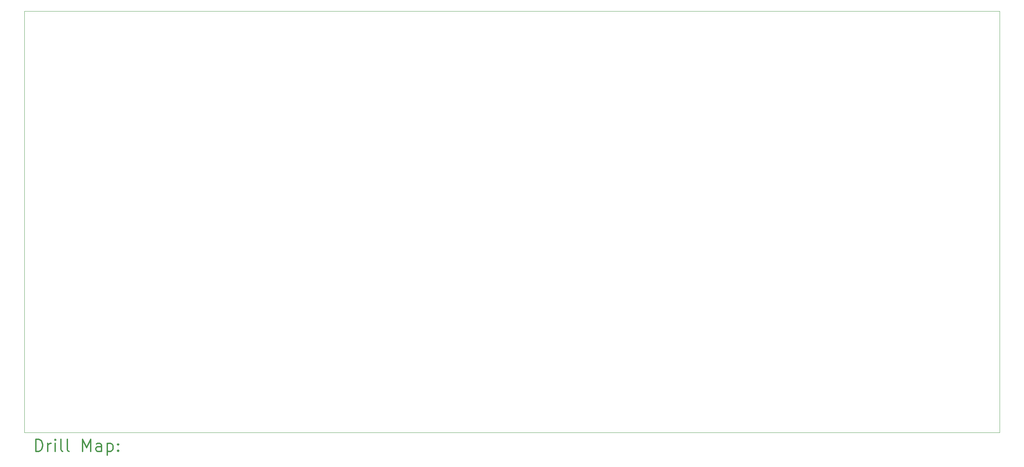
<source format=gbr>
%FSLAX45Y45*%
G04 Gerber Fmt 4.5, Leading zero omitted, Abs format (unit mm)*
G04 Created by KiCad (PCBNEW 5.1.10) date 2021-10-20 11:40:05*
%MOMM*%
%LPD*%
G01*
G04 APERTURE LIST*
%TA.AperFunction,Profile*%
%ADD10C,0.050000*%
%TD*%
%ADD11C,0.200000*%
%ADD12C,0.300000*%
G04 APERTURE END LIST*
D10*
X2250000Y-3000000D02*
X26650000Y-3000000D01*
X2250000Y-13550000D02*
X2250000Y-3000000D01*
X26650000Y-13550000D02*
X2250000Y-13550000D01*
X26650000Y-3000000D02*
X26650000Y-13550000D01*
D11*
D12*
X2533928Y-14018214D02*
X2533928Y-13718214D01*
X2605357Y-13718214D01*
X2648214Y-13732500D01*
X2676786Y-13761071D01*
X2691071Y-13789643D01*
X2705357Y-13846786D01*
X2705357Y-13889643D01*
X2691071Y-13946786D01*
X2676786Y-13975357D01*
X2648214Y-14003929D01*
X2605357Y-14018214D01*
X2533928Y-14018214D01*
X2833928Y-14018214D02*
X2833928Y-13818214D01*
X2833928Y-13875357D02*
X2848214Y-13846786D01*
X2862500Y-13832500D01*
X2891071Y-13818214D01*
X2919643Y-13818214D01*
X3019643Y-14018214D02*
X3019643Y-13818214D01*
X3019643Y-13718214D02*
X3005357Y-13732500D01*
X3019643Y-13746786D01*
X3033928Y-13732500D01*
X3019643Y-13718214D01*
X3019643Y-13746786D01*
X3205357Y-14018214D02*
X3176786Y-14003929D01*
X3162500Y-13975357D01*
X3162500Y-13718214D01*
X3362500Y-14018214D02*
X3333928Y-14003929D01*
X3319643Y-13975357D01*
X3319643Y-13718214D01*
X3705357Y-14018214D02*
X3705357Y-13718214D01*
X3805357Y-13932500D01*
X3905357Y-13718214D01*
X3905357Y-14018214D01*
X4176786Y-14018214D02*
X4176786Y-13861071D01*
X4162500Y-13832500D01*
X4133928Y-13818214D01*
X4076786Y-13818214D01*
X4048214Y-13832500D01*
X4176786Y-14003929D02*
X4148214Y-14018214D01*
X4076786Y-14018214D01*
X4048214Y-14003929D01*
X4033928Y-13975357D01*
X4033928Y-13946786D01*
X4048214Y-13918214D01*
X4076786Y-13903929D01*
X4148214Y-13903929D01*
X4176786Y-13889643D01*
X4319643Y-13818214D02*
X4319643Y-14118214D01*
X4319643Y-13832500D02*
X4348214Y-13818214D01*
X4405357Y-13818214D01*
X4433928Y-13832500D01*
X4448214Y-13846786D01*
X4462500Y-13875357D01*
X4462500Y-13961071D01*
X4448214Y-13989643D01*
X4433928Y-14003929D01*
X4405357Y-14018214D01*
X4348214Y-14018214D01*
X4319643Y-14003929D01*
X4591071Y-13989643D02*
X4605357Y-14003929D01*
X4591071Y-14018214D01*
X4576786Y-14003929D01*
X4591071Y-13989643D01*
X4591071Y-14018214D01*
X4591071Y-13832500D02*
X4605357Y-13846786D01*
X4591071Y-13861071D01*
X4576786Y-13846786D01*
X4591071Y-13832500D01*
X4591071Y-13861071D01*
M02*

</source>
